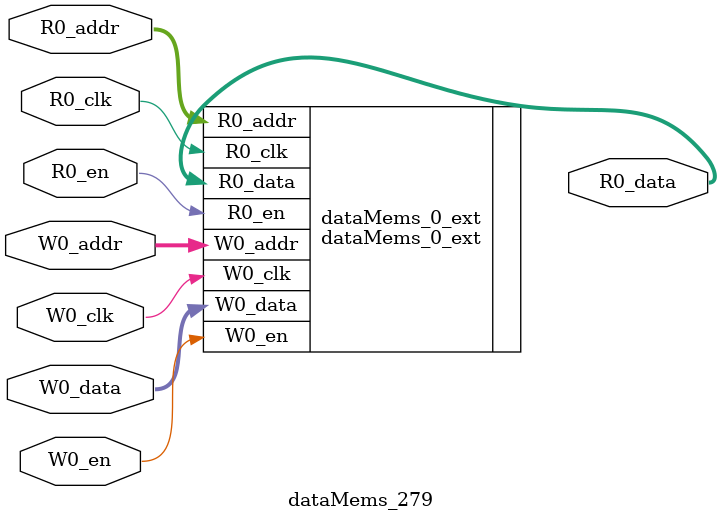
<source format=sv>
`ifndef RANDOMIZE
  `ifdef RANDOMIZE_REG_INIT
    `define RANDOMIZE
  `endif // RANDOMIZE_REG_INIT
`endif // not def RANDOMIZE
`ifndef RANDOMIZE
  `ifdef RANDOMIZE_MEM_INIT
    `define RANDOMIZE
  `endif // RANDOMIZE_MEM_INIT
`endif // not def RANDOMIZE

`ifndef RANDOM
  `define RANDOM $random
`endif // not def RANDOM

// Users can define 'PRINTF_COND' to add an extra gate to prints.
`ifndef PRINTF_COND_
  `ifdef PRINTF_COND
    `define PRINTF_COND_ (`PRINTF_COND)
  `else  // PRINTF_COND
    `define PRINTF_COND_ 1
  `endif // PRINTF_COND
`endif // not def PRINTF_COND_

// Users can define 'ASSERT_VERBOSE_COND' to add an extra gate to assert error printing.
`ifndef ASSERT_VERBOSE_COND_
  `ifdef ASSERT_VERBOSE_COND
    `define ASSERT_VERBOSE_COND_ (`ASSERT_VERBOSE_COND)
  `else  // ASSERT_VERBOSE_COND
    `define ASSERT_VERBOSE_COND_ 1
  `endif // ASSERT_VERBOSE_COND
`endif // not def ASSERT_VERBOSE_COND_

// Users can define 'STOP_COND' to add an extra gate to stop conditions.
`ifndef STOP_COND_
  `ifdef STOP_COND
    `define STOP_COND_ (`STOP_COND)
  `else  // STOP_COND
    `define STOP_COND_ 1
  `endif // STOP_COND
`endif // not def STOP_COND_

// Users can define INIT_RANDOM as general code that gets injected into the
// initializer block for modules with registers.
`ifndef INIT_RANDOM
  `define INIT_RANDOM
`endif // not def INIT_RANDOM

// If using random initialization, you can also define RANDOMIZE_DELAY to
// customize the delay used, otherwise 0.002 is used.
`ifndef RANDOMIZE_DELAY
  `define RANDOMIZE_DELAY 0.002
`endif // not def RANDOMIZE_DELAY

// Define INIT_RANDOM_PROLOG_ for use in our modules below.
`ifndef INIT_RANDOM_PROLOG_
  `ifdef RANDOMIZE
    `ifdef VERILATOR
      `define INIT_RANDOM_PROLOG_ `INIT_RANDOM
    `else  // VERILATOR
      `define INIT_RANDOM_PROLOG_ `INIT_RANDOM #`RANDOMIZE_DELAY begin end
    `endif // VERILATOR
  `else  // RANDOMIZE
    `define INIT_RANDOM_PROLOG_
  `endif // RANDOMIZE
`endif // not def INIT_RANDOM_PROLOG_

// Include register initializers in init blocks unless synthesis is set
`ifndef SYNTHESIS
  `ifndef ENABLE_INITIAL_REG_
    `define ENABLE_INITIAL_REG_
  `endif // not def ENABLE_INITIAL_REG_
`endif // not def SYNTHESIS

// Include rmemory initializers in init blocks unless synthesis is set
`ifndef SYNTHESIS
  `ifndef ENABLE_INITIAL_MEM_
    `define ENABLE_INITIAL_MEM_
  `endif // not def ENABLE_INITIAL_MEM_
`endif // not def SYNTHESIS

module dataMems_279(	// @[generators/ara/src/main/scala/UnsafeAXI4ToTL.scala:365:62]
  input  [4:0]  R0_addr,
  input         R0_en,
  input         R0_clk,
  output [66:0] R0_data,
  input  [4:0]  W0_addr,
  input         W0_en,
  input         W0_clk,
  input  [66:0] W0_data
);

  dataMems_0_ext dataMems_0_ext (	// @[generators/ara/src/main/scala/UnsafeAXI4ToTL.scala:365:62]
    .R0_addr (R0_addr),
    .R0_en   (R0_en),
    .R0_clk  (R0_clk),
    .R0_data (R0_data),
    .W0_addr (W0_addr),
    .W0_en   (W0_en),
    .W0_clk  (W0_clk),
    .W0_data (W0_data)
  );
endmodule


</source>
